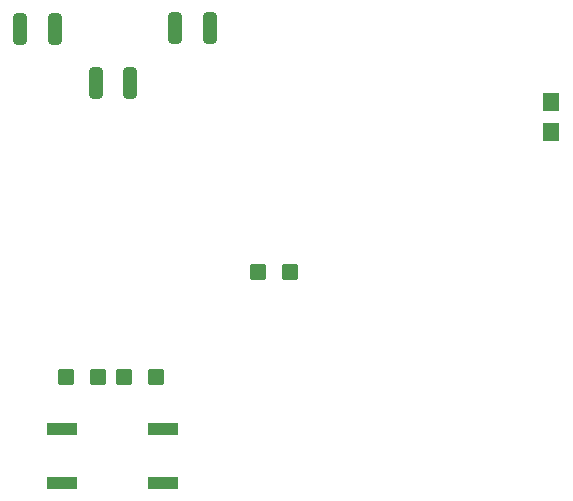
<source format=gbr>
%TF.GenerationSoftware,KiCad,Pcbnew,9.0.2*%
%TF.CreationDate,2025-07-30T22:52:36+05:30*%
%TF.ProjectId,VoidLens VR PCB,566f6964-4c65-46e7-9320-565220504342,rev?*%
%TF.SameCoordinates,Original*%
%TF.FileFunction,Paste,Top*%
%TF.FilePolarity,Positive*%
%FSLAX46Y46*%
G04 Gerber Fmt 4.6, Leading zero omitted, Abs format (unit mm)*
G04 Created by KiCad (PCBNEW 9.0.2) date 2025-07-30 22:52:36*
%MOMM*%
%LPD*%
G01*
G04 APERTURE LIST*
G04 Aperture macros list*
%AMRoundRect*
0 Rectangle with rounded corners*
0 $1 Rounding radius*
0 $2 $3 $4 $5 $6 $7 $8 $9 X,Y pos of 4 corners*
0 Add a 4 corners polygon primitive as box body*
4,1,4,$2,$3,$4,$5,$6,$7,$8,$9,$2,$3,0*
0 Add four circle primitives for the rounded corners*
1,1,$1+$1,$2,$3*
1,1,$1+$1,$4,$5*
1,1,$1+$1,$6,$7*
1,1,$1+$1,$8,$9*
0 Add four rect primitives between the rounded corners*
20,1,$1+$1,$2,$3,$4,$5,0*
20,1,$1+$1,$4,$5,$6,$7,0*
20,1,$1+$1,$6,$7,$8,$9,0*
20,1,$1+$1,$8,$9,$2,$3,0*%
G04 Aperture macros list end*
%ADD10RoundRect,0.250000X-0.312500X-1.075000X0.312500X-1.075000X0.312500X1.075000X-0.312500X1.075000X0*%
%ADD11RoundRect,0.250000X-0.457500X-0.445000X0.457500X-0.445000X0.457500X0.445000X-0.457500X0.445000X0*%
%ADD12RoundRect,0.250000X0.312500X1.075000X-0.312500X1.075000X-0.312500X-1.075000X0.312500X-1.075000X0*%
%ADD13R,1.400000X1.500000*%
%ADD14RoundRect,0.250000X0.457500X0.445000X-0.457500X0.445000X-0.457500X-0.445000X0.457500X-0.445000X0*%
%ADD15R,2.500000X1.100000*%
G04 APERTURE END LIST*
D10*
%TO.C,R1*%
X137137500Y-80200000D03*
X140062500Y-80200000D03*
%TD*%
D11*
%TO.C,C1*%
X141047500Y-109700000D03*
X143752500Y-109700000D03*
%TD*%
D12*
%TO.C,R2*%
X146462500Y-84800000D03*
X143537500Y-84800000D03*
%TD*%
%TO.C,R3*%
X153162500Y-80100000D03*
X150237500Y-80100000D03*
%TD*%
D13*
%TO.C,J2*%
X182100000Y-88950000D03*
X182100000Y-86410000D03*
%TD*%
D14*
%TO.C,C2*%
X148652500Y-109700000D03*
X145947500Y-109700000D03*
%TD*%
%TO.C,C3*%
X159952500Y-100800000D03*
X157247500Y-100800000D03*
%TD*%
D15*
%TO.C,SW1*%
X140700000Y-114100000D03*
X149200000Y-114100000D03*
X140700000Y-118600000D03*
X149200000Y-118600000D03*
%TD*%
M02*

</source>
